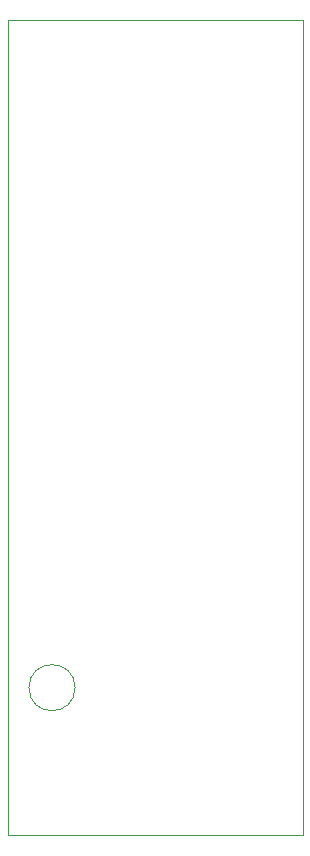
<source format=gbr>
%TF.GenerationSoftware,KiCad,Pcbnew,(5.1.12-1-10_14)*%
%TF.CreationDate,2023-08-05T21:53:33+02:00*%
%TF.ProjectId,niga,6e696761-2e6b-4696-9361-645f70636258,rev?*%
%TF.SameCoordinates,Original*%
%TF.FileFunction,Profile,NP*%
%FSLAX46Y46*%
G04 Gerber Fmt 4.6, Leading zero omitted, Abs format (unit mm)*
G04 Created by KiCad (PCBNEW (5.1.12-1-10_14)) date 2023-08-05 21:53:33*
%MOMM*%
%LPD*%
G01*
G04 APERTURE LIST*
%TA.AperFunction,Profile*%
%ADD10C,0.050000*%
%TD*%
G04 APERTURE END LIST*
D10*
X205702562Y-106500000D02*
G75*
G03*
X205702562Y-106500000I-1952562J0D01*
G01*
X200000000Y-119000000D02*
X200000000Y-50000000D01*
X225000000Y-119000000D02*
X200000000Y-119000000D01*
X225000000Y-50000000D02*
X225000000Y-119000000D01*
X200000000Y-50000000D02*
X225000000Y-50000000D01*
M02*

</source>
